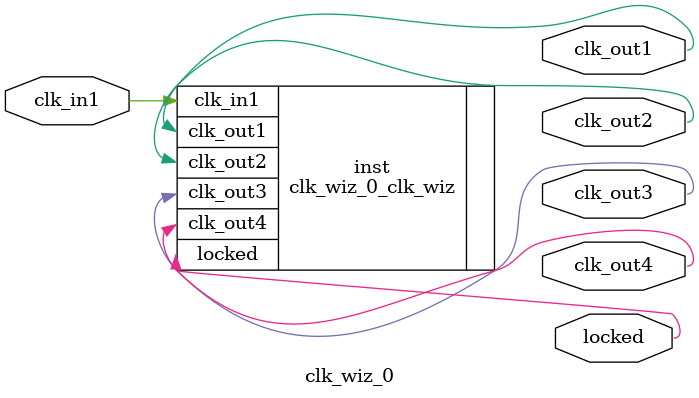
<source format=v>


`timescale 1ps/1ps

(* CORE_GENERATION_INFO = "clk_wiz_0,clk_wiz_v5_3_3_0,{component_name=clk_wiz_0,use_phase_alignment=true,use_min_o_jitter=false,use_max_i_jitter=false,use_dyn_phase_shift=false,use_inclk_switchover=false,use_dyn_reconfig=false,enable_axi=0,feedback_source=FDBK_AUTO,PRIMITIVE=MMCM,num_out_clk=4,clkin1_period=20.0,clkin2_period=10.0,use_power_down=false,use_reset=false,use_locked=true,use_inclk_stopped=false,feedback_type=SINGLE,CLOCK_MGR_TYPE=NA,manual_override=false}" *)

module clk_wiz_0 
 (
  // Clock out ports
  output        clk_out1,
  output        clk_out2,
  output        clk_out3,
  output        clk_out4,
  // Status and control signals
  output        locked,
 // Clock in ports
  input         clk_in1
 );

  clk_wiz_0_clk_wiz inst
  (
  // Clock out ports  
  .clk_out1(clk_out1),
  .clk_out2(clk_out2),
  .clk_out3(clk_out3),
  .clk_out4(clk_out4),
  // Status and control signals               
  .locked(locked),
 // Clock in ports
  .clk_in1(clk_in1)
  );

endmodule

</source>
